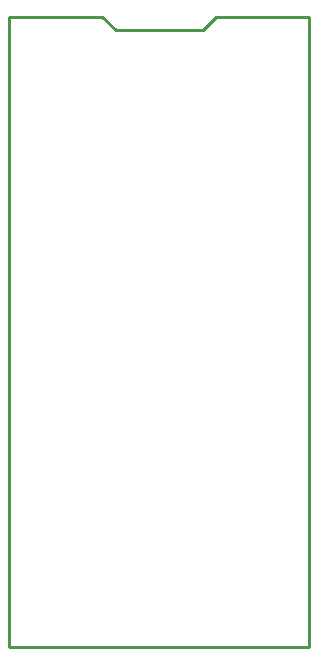
<source format=gbr>
G04 #@! TF.GenerationSoftware,KiCad,Pcbnew,5.1.0-rc2-unknown-036be7d~80~ubuntu16.04.1*
G04 #@! TF.CreationDate,2022-06-21T13:21:02+03:00*
G04 #@! TF.ProjectId,RT1010Py_Rev.C,52543130-3130-4507-995f-5265762e432e,C*
G04 #@! TF.SameCoordinates,Original*
G04 #@! TF.FileFunction,Profile,NP*
%FSLAX46Y46*%
G04 Gerber Fmt 4.6, Leading zero omitted, Abs format (unit mm)*
G04 Created by KiCad (PCBNEW 5.1.0-rc2-unknown-036be7d~80~ubuntu16.04.1) date 2022-06-21 13:21:02*
%MOMM*%
%LPD*%
G04 APERTURE LIST*
%ADD10C,0.254000*%
G04 APERTURE END LIST*
D10*
X155956000Y-60960000D02*
X163830000Y-60960000D01*
X154813000Y-62103000D02*
X155956000Y-60960000D01*
X147447000Y-62103000D02*
X154813000Y-62103000D01*
X146304000Y-60960000D02*
X147447000Y-62103000D01*
X138430000Y-114300000D02*
X138430000Y-60960000D01*
X163830000Y-114300000D02*
X138430000Y-114300000D01*
X163830000Y-60960000D02*
X163830000Y-114300000D01*
X138430000Y-60960000D02*
X146304000Y-60960000D01*
M02*

</source>
